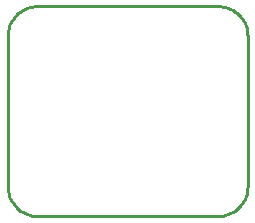
<source format=gbr>
G04 EAGLE Gerber RS-274X export*
G75*
%MOMM*%
%FSLAX34Y34*%
%LPD*%
%IN*%
%IPPOS*%
%AMOC8*
5,1,8,0,0,1.08239X$1,22.5*%
G01*
%ADD10C,0.254000*%


D10*
X0Y25400D02*
X97Y23186D01*
X386Y20989D01*
X865Y18826D01*
X1532Y16713D01*
X2380Y14666D01*
X3403Y12700D01*
X4594Y10831D01*
X5942Y9073D01*
X7440Y7440D01*
X9073Y5942D01*
X10831Y4594D01*
X12700Y3403D01*
X14666Y2380D01*
X16713Y1532D01*
X18826Y865D01*
X20989Y386D01*
X23186Y97D01*
X25400Y0D01*
X177800Y0D01*
X180014Y97D01*
X182211Y386D01*
X184374Y865D01*
X186487Y1532D01*
X188535Y2380D01*
X190500Y3403D01*
X192369Y4594D01*
X194127Y5942D01*
X195761Y7440D01*
X197258Y9073D01*
X198606Y10831D01*
X199797Y12700D01*
X200820Y14666D01*
X201668Y16713D01*
X202335Y18826D01*
X202814Y20989D01*
X203103Y23186D01*
X203200Y25400D01*
X203200Y152400D01*
X203103Y154614D01*
X202814Y156811D01*
X202335Y158974D01*
X201668Y161087D01*
X200820Y163135D01*
X199797Y165100D01*
X198606Y166969D01*
X197258Y168727D01*
X195761Y170361D01*
X194127Y171858D01*
X192369Y173206D01*
X190500Y174397D01*
X188535Y175420D01*
X186487Y176268D01*
X184374Y176935D01*
X182211Y177414D01*
X180014Y177703D01*
X177800Y177800D01*
X25400Y177800D01*
X23186Y177703D01*
X20989Y177414D01*
X18826Y176935D01*
X16713Y176268D01*
X14666Y175420D01*
X12700Y174397D01*
X10831Y173206D01*
X9073Y171858D01*
X7440Y170361D01*
X5942Y168727D01*
X4594Y166969D01*
X3403Y165100D01*
X2380Y163135D01*
X1532Y161087D01*
X865Y158974D01*
X386Y156811D01*
X97Y154614D01*
X0Y152400D01*
X0Y25400D01*
M02*

</source>
